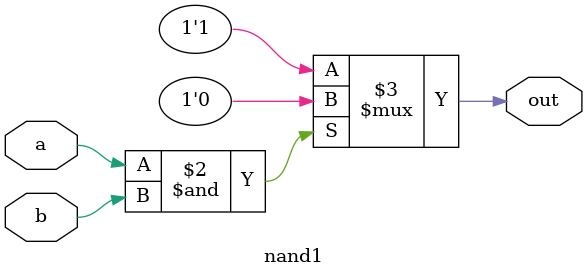
<source format=v>
module nand1 (
    input wire a,b,
    output reg out
);

    always @(*) begin
        out = (a & b) ? 1'b0 : 1'b1;
    end
    
endmodule

</source>
